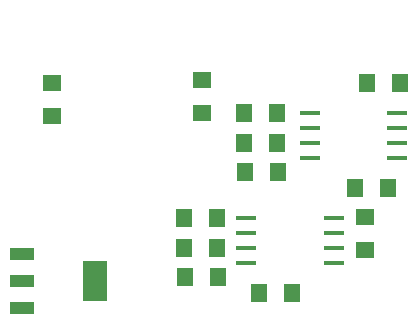
<source format=gbr>
G04 DipTrace 2.4.0.2*
%INBottomPaste.gbr*%
%MOIN*%
%ADD66R,0.0707X0.0156*%
%ADD72R,0.0471X0.0038*%
%ADD76R,0.0628X0.055*%
%ADD78R,0.055X0.0628*%
%ADD84R,0.0786X0.1337*%
%ADD86R,0.08X0.04*%
%FSLAX44Y44*%
G04*
G70*
G90*
G75*
G01*
%LNBotPaste*%
%LPD*%
D86*
X11940Y5940D3*
Y6846D3*
Y7751D3*
D84*
X14378Y6846D3*
D76*
X12940Y13440D3*
Y12338D3*
X17940Y12440D3*
Y13543D3*
D78*
X20491Y10491D3*
X19389D3*
X18491Y6991D3*
X17389D3*
X18440Y7940D3*
X17338D3*
X20440Y11440D3*
X19338D3*
X20940Y6440D3*
X19838D3*
X24129Y9940D3*
X23027D3*
X23440Y13440D3*
X24543D3*
D76*
X23389Y8991D3*
Y7889D3*
D72*
X16940Y15940D3*
Y15684D3*
Y15428D3*
Y15172D3*
Y14917D3*
Y14661D3*
Y14405D3*
Y14149D3*
Y13893D3*
Y13637D3*
Y13381D3*
Y13125D3*
Y12869D3*
Y12613D3*
X13869D3*
Y12869D3*
Y13125D3*
Y13381D3*
Y13637D3*
Y13893D3*
Y14149D3*
Y14405D3*
Y14661D3*
Y14917D3*
Y15172D3*
Y15428D3*
Y15684D3*
Y15940D3*
D66*
X22338Y8940D3*
Y8440D3*
Y7940D3*
Y7440D3*
X19424D3*
Y7940D3*
Y8440D3*
Y8940D3*
X24440Y12440D3*
Y11940D3*
Y11440D3*
Y10940D3*
X21527D3*
Y11440D3*
Y11940D3*
Y12440D3*
D78*
X20440D3*
X19338D3*
X18440Y8940D3*
X17338D3*
M02*

</source>
